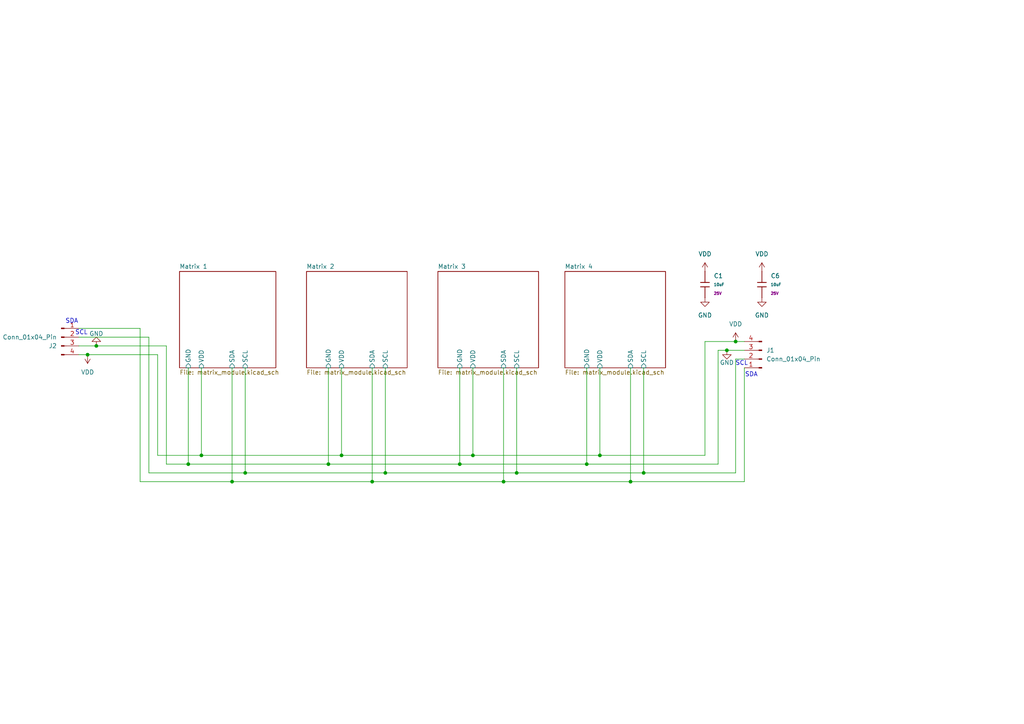
<source format=kicad_sch>
(kicad_sch (version 20250114) (generator "eeschema") (generator_version "9.0")
  (paper "A4")
  (lib_symbols
    (symbol "Connector:Conn_01x04_Pin" (pin_names (offset 1.016) (hide yes))
      (property "Reference" "J" (at 0 5.08 0))
      (property "Value" "Conn_01x04_Pin" (at 0 -7.62 0))
      (symbol "Conn_01x04_Pin_1_1"
        (rectangle (start 0.8636 2.667) (end 0 2.413) (stroke (width 0.1524)) (fill (type outline)))
        (rectangle (start 0.8636 0.127) (end 0 -0.127) (stroke (width 0.1524)) (fill (type outline)))
        (rectangle (start 0.8636 -2.413) (end 0 -2.667) (stroke (width 0.1524)) (fill (type outline)))
        (rectangle (start 0.8636 -4.953) (end 0 -5.207) (stroke (width 0.1524)) (fill (type outline)))
        (polyline (pts (xy 1.27 2.54) (xy 0.8636 2.54)) (stroke (width 0.1524)))
        (polyline (pts (xy 1.27 0) (xy 0.8636 0)) (stroke (width 0.1524)))
        (polyline (pts (xy 1.27 -2.54) (xy 0.8636 -2.54)) (stroke (width 0.1524)))
        (polyline (pts (xy 1.27 -5.08) (xy 0.8636 -5.08)) (stroke (width 0.1524)))
        (pin passive line (at 5.08 2.54 180) (length 3.81) (name "Pin_1") (number "1"))
        (pin passive line (at 5.08 0 180) (length 3.81) (name "Pin_2") (number "2"))
        (pin passive line (at 5.08 -2.54 180) (length 3.81) (name "Pin_3") (number "3"))
        (pin passive line (at 5.08 -5.08 180) (length 3.81) (name "Pin_4") (number "4"))
      )
    )
    (symbol "PCM_JLCPCB-Capacitors:0805,10uF" (pin_numbers (hide yes)) (pin_names (offset 0))
      (property "Reference" "C" (at 2.032 1.668 0))
      (property "Value" "10uF" (at 2.032 -0.3782 0))
      (property "Voltage Rated" "25V" (at 2.032 -2.0462 0))
      (symbol "0805,10uF_0_1"
        (polyline (pts (xy -1.27 0.635) (xy 1.27 0.635)) (stroke (width 0.254)))
        (polyline (pts (xy -1.27 -0.635) (xy 1.27 -0.635)) (stroke (width 0.254)))
      )
      (symbol "0805,10uF_1_1"
        (pin passive line (at 0 3.81 270) (length 3.175) (name "~") (number "1"))
        (pin passive line (at 0 -3.81 90) (length 3.175) (name "~") (number "2"))
      )
    )
    (symbol "power:GND" (power) (pin_numbers (hide yes)) (pin_names (offset 0) (hide yes))
      (property "Value" "GND" (at 0 -3.81 0))
      (symbol "GND_0_1"
        (polyline (pts (xy 0 0) (xy 0 -1.27) (xy 1.27 -1.27) (xy 0 -2.54) (xy -1.27 -1.27) (xy 0 -1.27)))
      )
      (symbol "GND_1_1"
        (pin power_in line (at 0 0 270) (length 0) (name "~") (number "1"))
      )
    )
    (symbol "power:VDD" (power) (pin_numbers (hide yes)) (pin_names (offset 0) (hide yes))
      (property "Value" "VDD" (at 0 3.556 0))
      (symbol "VDD_0_1"
        (polyline (pts (xy -0.762 1.27) (xy 0 2.54)))
        (polyline (pts (xy 0 2.54) (xy 0.762 1.27)))
        (polyline (pts (xy 0 0) (xy 0 2.54)))
      )
      (symbol "VDD_1_1"
        (pin power_in line (at 0 0 90) (length 0) (name "~") (number "1"))
      )
    )
  )
  (text "SCL\n" (at 215.138 105.41 0) (effects (font (size 1.27 1.27))))
  (text "SDA" (at 20.828 93.218 0) (effects (font (size 1.27 1.27))))
  (text "SCL\n" (at 23.622 96.52 0) (effects (font (size 1.27 1.27))))
  (text "SDA" (at 217.932 108.712 0) (effects (font (size 1.27 1.27))))
  (junction (at 99.06 132.08))
  (junction (at 71.12 137.16))
  (junction (at 27.94 100.33))
  (junction (at 25.4 102.87))
  (junction (at 54.61 134.62))
  (junction (at 95.25 134.62))
  (junction (at 149.86 137.16))
  (junction (at 111.76 137.16))
  (junction (at 146.05 139.7))
  (junction (at 186.69 137.16))
  (junction (at 133.35 134.62))
  (junction (at 67.31 139.7))
  (junction (at 58.42 132.08))
  (junction (at 137.16 132.08))
  (junction (at 173.99 132.08))
  (junction (at 182.88 139.7))
  (junction (at 170.18 134.62))
  (junction (at 107.95 139.7))
  (junction (at 213.36 99.06))
  (junction (at 210.82 101.6))
  (wire (pts (xy 208.28 101.6) (xy 208.28 134.62)))
  (wire (pts (xy 58.42 132.08) (xy 58.42 106.68)))
  (wire (pts (xy 25.4 102.87) (xy 22.86 102.87)))
  (wire (pts (xy 27.94 100.33) (xy 22.86 100.33)))
  (wire (pts (xy 173.99 132.08) (xy 137.16 132.08)))
  (wire (pts (xy 107.95 139.7) (xy 146.05 139.7)))
  (wire (pts (xy 99.06 132.08) (xy 58.42 132.08)))
  (wire (pts (xy 43.18 137.16) (xy 71.12 137.16)))
  (wire (pts (xy 182.88 106.68) (xy 182.88 139.7)))
  (wire (pts (xy 204.47 99.06) (xy 204.47 132.08)))
  (wire (pts (xy 111.76 106.68) (xy 111.76 137.16)))
  (wire (pts (xy 22.86 95.25) (xy 40.64 95.25)))
  (wire (pts (xy 22.86 97.79) (xy 43.18 97.79)))
  (wire (pts (xy 48.26 134.62) (xy 54.61 134.62)))
  (wire (pts (xy 133.35 106.68) (xy 133.35 134.62)))
  (wire (pts (xy 213.36 137.16) (xy 213.36 104.14)))
  (wire (pts (xy 210.82 101.6) (xy 208.28 101.6)))
  (wire (pts (xy 40.64 139.7) (xy 67.31 139.7)))
  (wire (pts (xy 99.06 106.68) (xy 99.06 132.08)))
  (wire (pts (xy 48.26 100.33) (xy 48.26 134.62)))
  (wire (pts (xy 95.25 134.62) (xy 54.61 134.62)))
  (wire (pts (xy 208.28 134.62) (xy 170.18 134.62)))
  (wire (pts (xy 204.47 99.06) (xy 213.36 99.06)))
  (wire (pts (xy 149.86 137.16) (xy 186.69 137.16)))
  (wire (pts (xy 182.88 139.7) (xy 215.9 139.7)))
  (wire (pts (xy 107.95 106.68) (xy 107.95 139.7)))
  (wire (pts (xy 215.9 139.7) (xy 215.9 106.68)))
  (wire (pts (xy 213.36 99.06) (xy 215.9 99.06)))
  (wire (pts (xy 45.72 102.87) (xy 45.72 132.08)))
  (wire (pts (xy 170.18 106.68) (xy 170.18 134.62)))
  (wire (pts (xy 213.36 104.14) (xy 215.9 104.14)))
  (wire (pts (xy 40.64 95.25) (xy 40.64 139.7)))
  (wire (pts (xy 27.94 100.33) (xy 48.26 100.33)))
  (wire (pts (xy 146.05 139.7) (xy 182.88 139.7)))
  (wire (pts (xy 71.12 137.16) (xy 71.12 106.68)))
  (wire (pts (xy 25.4 102.87) (xy 45.72 102.87)))
  (wire (pts (xy 146.05 106.68) (xy 146.05 139.7)))
  (wire (pts (xy 45.72 132.08) (xy 58.42 132.08)))
  (wire (pts (xy 54.61 106.68) (xy 54.61 134.62)))
  (wire (pts (xy 95.25 106.68) (xy 95.25 134.62)))
  (wire (pts (xy 186.69 106.68) (xy 186.69 137.16)))
  (wire (pts (xy 133.35 134.62) (xy 95.25 134.62)))
  (wire (pts (xy 173.99 106.68) (xy 173.99 132.08)))
  (wire (pts (xy 137.16 132.08) (xy 99.06 132.08)))
  (wire (pts (xy 204.47 132.08) (xy 173.99 132.08)))
  (wire (pts (xy 71.12 137.16) (xy 111.76 137.16)))
  (wire (pts (xy 210.82 101.6) (xy 215.9 101.6)))
  (wire (pts (xy 170.18 134.62) (xy 133.35 134.62)))
  (wire (pts (xy 137.16 106.68) (xy 137.16 132.08)))
  (wire (pts (xy 111.76 137.16) (xy 149.86 137.16)))
  (wire (pts (xy 67.31 106.68) (xy 67.31 139.7)))
  (wire (pts (xy 67.31 139.7) (xy 107.95 139.7)))
  (wire (pts (xy 186.69 137.16) (xy 213.36 137.16)))
  (wire (pts (xy 149.86 106.68) (xy 149.86 137.16)))
  (wire (pts (xy 43.18 97.79) (xy 43.18 137.16)))
  (symbol (lib_id "power:GND") (at 220.98 86.36 0) (unit 1)
    (property "Reference" "#PWR08" (effects (hide yes)))
    (property "Value" "GND" (at 220.98 91.44 0))
    (property "Description" "Power symbol creates a global label with name \"GND\" , ground" (effects (hide yes)))
  )
  (symbol (lib_id "power:VDD") (at 213.36 99.06 0) (unit 1)
    (property "Reference" "#PWR01" (effects (hide yes)))
    (property "Value" "VDD" (at 213.36 93.98 0))
    (property "Description" "Power symbol creates a global label with name \"VDD\"" (effects (hide yes)))
  )
  (symbol (lib_id "power:GND") (at 210.82 101.6 0) (unit 1)
    (property "Reference" "#PWR010" (effects (hide yes)))
    (property "Value" "GND" (at 210.82 105.156 0))
    (property "Description" "Power symbol creates a global label with name \"GND\" , ground" (effects (hide yes)))
  )
  (symbol (lib_id "power:VDD") (at 25.4 102.87 180) (unit 1)
    (property "Reference" "#PWR014" (effects (hide yes)))
    (property "Value" "VDD" (at 25.4 107.95 0))
    (property "Description" "Power symbol creates a global label with name \"VDD\"" (effects (hide yes)))
  )
  (symbol (lib_id "power:GND") (at 204.47 86.36 0) (unit 1)
    (property "Reference" "#PWR02" (effects (hide yes)))
    (property "Value" "GND" (at 204.47 91.44 0))
    (property "Description" "Power symbol creates a global label with name \"GND\" , ground" (effects (hide yes)))
  )
  (symbol (lib_id "PCM_JLCPCB-Capacitors:0805,10uF") (at 204.47 82.55 0) (unit 1)
    (property "Reference" "C1" (at 207.01 80.0099 0) (effects (justify left)))
    (property "Value" "10uF" (at 207.01 82.55 0) (effects (font (size 0.8 0.8)) (justify left)))
    (property "Footprint" "PCM_JLCPCB:C_0805" (effects (hide yes)))
    (property "Datasheet" "https://www.lcsc.com/datasheet/lcsc_datasheet_2304140030_Samsung-Electro-Mechanics-CL21A106KAYNNNE_C15850.pdf" (effects (hide yes)))
    (property "Description" "25V 10uF X5R ±10% 0805 Multilayer Ceramic Capacitors MLCC - SMD/SMT ROHS" (effects (hide yes)))
    (property "LCSC" "C15850" (effects (hide yes)))
    (property "Stock" "5988028" (effects (hide yes)))
    (property "Price" "0.013USD" (effects (hide yes)))
    (property "Process" "SMT" (effects (hide yes)))
    (property "Minimum Qty" "20" (effects (hide yes)))
    (property "Attrition Qty" "10" (effects (hide yes)))
    (property "Class" "Basic Component" (effects (hide yes)))
    (property "Category" "Capacitors,Multilayer Ceramic Capacitors MLCC - SMD/SMT" (effects (hide yes)))
    (property "Manufacturer" "Samsung Electro-Mechanics" (effects (hide yes)))
    (property "Part" "CL21A106KAYNNNE" (effects (hide yes)))
    (property "Voltage Rated" "25V" (at 207.01 85.09 0) (effects (font (size 0.8 0.8)) (justify left)))
    (property "Tolerance" "±10%" (effects (hide yes)))
    (property "Capacitance" "10uF" (effects (hide yes)))
    (property "Temperature Coefficient" "X5R" (effects (hide yes)))
  )
  (symbol (lib_id "power:VDD") (at 204.47 78.74 0) (unit 1)
    (property "Reference" "#PWR09" (effects (hide yes)))
    (property "Value" "VDD" (at 204.47 73.66 0))
    (property "Description" "Power symbol creates a global label with name \"VDD\"" (effects (hide yes)))
  )
  (symbol (lib_id "power:VDD") (at 220.98 78.74 0) (unit 1)
    (property "Reference" "#PWR07" (effects (hide yes)))
    (property "Value" "VDD" (at 220.98 73.66 0))
    (property "Description" "Power symbol creates a global label with name \"VDD\"" (effects (hide yes)))
  )
  (symbol (lib_id "Connector:Conn_01x04_Pin") (at 17.78 97.79 0) (unit 1)
    (property "Reference" "J2" (at 16.51 100.3301 0) (effects (justify right)))
    (property "Value" "Conn_01x04_Pin" (at 16.51 97.7901 0) (effects (justify right)))
    (property "Footprint" "Connector_PinHeader_2.54mm:PinHeader_1x04_P2.54mm_Vertical" (effects (hide yes)))
    (property "Description" "Generic connector, single row, 01x04, script generated" (effects (hide yes)))
  )
  (symbol (lib_id "power:GND") (at 27.94 100.33 180) (unit 1)
    (property "Reference" "#PWR011" (effects (hide yes)))
    (property "Value" "GND" (at 27.94 96.774 0))
    (property "Description" "Power symbol creates a global label with name \"GND\" , ground" (effects (hide yes)))
  )
  (symbol (lib_id "PCM_JLCPCB-Capacitors:0805,10uF") (at 220.98 82.55 0) (unit 1)
    (property "Reference" "C6" (at 223.52 80.0099 0) (effects (justify left)))
    (property "Value" "10uF" (at 223.52 82.55 0) (effects (font (size 0.8 0.8)) (justify left)))
    (property "Footprint" "PCM_JLCPCB:C_0805" (effects (hide yes)))
    (property "Datasheet" "https://www.lcsc.com/datasheet/lcsc_datasheet_2304140030_Samsung-Electro-Mechanics-CL21A106KAYNNNE_C15850.pdf" (effects (hide yes)))
    (property "Description" "25V 10uF X5R ±10% 0805 Multilayer Ceramic Capacitors MLCC - SMD/SMT ROHS" (effects (hide yes)))
    (property "LCSC" "C15850" (effects (hide yes)))
    (property "Stock" "5988028" (effects (hide yes)))
    (property "Price" "0.013USD" (effects (hide yes)))
    (property "Process" "SMT" (effects (hide yes)))
    (property "Minimum Qty" "20" (effects (hide yes)))
    (property "Attrition Qty" "10" (effects (hide yes)))
    (property "Class" "Basic Component" (effects (hide yes)))
    (property "Category" "Capacitors,Multilayer Ceramic Capacitors MLCC - SMD/SMT" (effects (hide yes)))
    (property "Manufacturer" "Samsung Electro-Mechanics" (effects (hide yes)))
    (property "Part" "CL21A106KAYNNNE" (effects (hide yes)))
    (property "Voltage Rated" "25V" (at 223.52 85.09 0) (effects (font (size 0.8 0.8)) (justify left)))
    (property "Tolerance" "±10%" (effects (hide yes)))
    (property "Capacitance" "10uF" (effects (hide yes)))
    (property "Temperature Coefficient" "X5R" (effects (hide yes)))
  )
  (symbol (lib_id "Connector:Conn_01x04_Pin") (at 220.98 104.14 180) (unit 1)
    (property "Reference" "J1" (at 222.25 101.5999 0) (effects (justify right)))
    (property "Value" "Conn_01x04_Pin" (at 222.25 104.1399 0) (effects (justify right)))
    (property "Footprint" "Connector_PinHeader_2.54mm:PinHeader_1x04_P2.54mm_Vertical" (effects (hide yes)))
    (property "Description" "Generic connector, single row, 01x04, script generated" (effects (hide yes)))
  )
  (sheet (at 88.9 78.74) (size 29.21 27.94) (stroke (width 0.1524))
    (property "Sheetname" "Matrix 2" (at 88.9 78.0284 0) (effects (justify left bottom)))
    (property "Sheetfile" "matrix_module.kicad_sch" (at 88.9 107.2646 0) (effects (justify left top)))
    (pin "GND" input (at 95.25 106.68 270))
    (pin "SCL" input (at 111.76 106.68 270))
    (pin "SDA" input (at 107.95 106.68 270))
    (pin "VDD" input (at 99.06 106.68 270))
  )
  (sheet (at 127 78.74) (size 29.21 27.94) (stroke (width 0.1524))
    (property "Sheetname" "Matrix 3" (at 127 78.0284 0) (effects (justify left bottom)))
    (property "Sheetfile" "matrix_module.kicad_sch" (at 127 107.2646 0) (effects (justify left top)))
    (pin "GND" input (at 133.35 106.68 270))
    (pin "SCL" input (at 149.86 106.68 270))
    (pin "SDA" input (at 146.05 106.68 270))
    (pin "VDD" input (at 137.16 106.68 270))
  )
  (sheet (at 163.83 78.74) (size 29.21 27.94) (stroke (width 0.1524))
    (property "Sheetname" "Matrix 4" (at 163.83 78.0284 0) (effects (justify left bottom)))
    (property "Sheetfile" "matrix_module.kicad_sch" (at 163.83 107.2646 0) (effects (justify left top)))
    (pin "GND" input (at 170.18 106.68 270))
    (pin "SCL" input (at 186.69 106.68 270))
    (pin "SDA" input (at 182.88 106.68 270))
    (pin "VDD" input (at 173.99 106.68 270))
  )
  (sheet (at 52.07 78.74) (size 27.94 27.94) (stroke (width 0.1524))
    (property "Sheetname" "Matrix 1" (at 52.07 78.0284 0) (effects (justify left bottom)))
    (property "Sheetfile" "matrix_module.kicad_sch" (at 52.07 107.2646 0) (effects (justify left top)))
    (pin "GND" input (at 54.61 106.68 270))
    (pin "SCL" input (at 71.12 106.68 270))
    (pin "SDA" input (at 67.31 106.68 270))
    (pin "VDD" input (at 58.42 106.68 270))
  )
)
</source>
